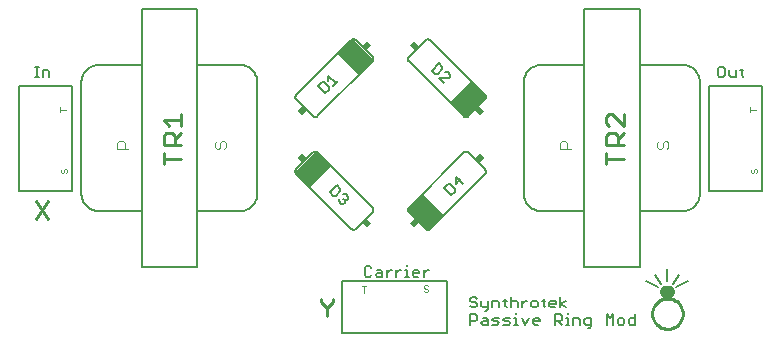
<source format=gto>
G75*
G70*
%OFA0B0*%
%FSLAX24Y24*%
%IPPOS*%
%LPD*%
%AMOC8*
5,1,8,0,0,1.08239X$1,22.5*
%
%ADD10C,0.0110*%
%ADD11C,0.0060*%
%ADD12C,0.0100*%
%ADD13C,0.0050*%
%ADD14C,0.0030*%
%ADD15R,0.0700X0.1000*%
%ADD16R,0.0250X0.0200*%
%ADD17C,0.0020*%
D10*
X001488Y004488D02*
X001882Y005079D01*
X001488Y005079D02*
X001882Y004488D01*
X005738Y006305D02*
X005738Y006698D01*
X005738Y006949D02*
X005738Y007245D01*
X005836Y007343D01*
X006033Y007343D01*
X006132Y007245D01*
X006132Y006949D01*
X006328Y006949D02*
X005738Y006949D01*
X006132Y007146D02*
X006328Y007343D01*
X006328Y007594D02*
X006328Y007987D01*
X006328Y007791D02*
X005738Y007791D01*
X005935Y007594D01*
X005738Y006502D02*
X006328Y006502D01*
X010988Y001829D02*
X010988Y001730D01*
X011185Y001534D01*
X011185Y001238D01*
X011185Y001534D02*
X011382Y001730D01*
X011382Y001829D01*
X020488Y006305D02*
X020488Y006698D01*
X020488Y006949D02*
X020488Y007245D01*
X020586Y007343D01*
X020783Y007343D01*
X020882Y007245D01*
X020882Y006949D01*
X021078Y006949D02*
X020488Y006949D01*
X020882Y007146D02*
X021078Y007343D01*
X021078Y007594D02*
X020685Y007987D01*
X020586Y007987D01*
X020488Y007889D01*
X020488Y007692D01*
X020586Y007594D01*
X021078Y007594D02*
X021078Y007987D01*
X021078Y006502D02*
X020488Y006502D01*
D11*
X016456Y006140D02*
X015890Y006706D01*
X015891Y006706D02*
X015877Y006717D01*
X015862Y006726D01*
X015846Y006732D01*
X015829Y006735D01*
X015811Y006735D01*
X015794Y006732D01*
X015778Y006726D01*
X015763Y006717D01*
X015749Y006706D01*
X013911Y004868D01*
X013910Y004868D02*
X013899Y004854D01*
X013890Y004839D01*
X013884Y004823D01*
X013881Y004806D01*
X013881Y004788D01*
X013884Y004771D01*
X013890Y004755D01*
X013899Y004740D01*
X013910Y004726D01*
X013911Y004726D02*
X014476Y004161D01*
X014476Y004160D02*
X014490Y004149D01*
X014505Y004140D01*
X014521Y004134D01*
X014538Y004131D01*
X014556Y004131D01*
X014573Y004134D01*
X014589Y004140D01*
X014604Y004149D01*
X014618Y004160D01*
X014618Y004161D02*
X016456Y005999D01*
X016467Y006013D01*
X016476Y006028D01*
X016482Y006044D01*
X016485Y006061D01*
X016485Y006079D01*
X016482Y006096D01*
X016476Y006112D01*
X016467Y006127D01*
X016456Y006141D01*
X015634Y005817D02*
X015473Y005656D01*
X015473Y005897D01*
X015714Y005656D01*
X015454Y005476D02*
X015293Y005637D01*
X015213Y005637D01*
X015093Y005516D01*
X015333Y005276D01*
X015454Y005396D01*
X015454Y005476D01*
X012706Y004868D02*
X010868Y006706D01*
X010854Y006717D01*
X010839Y006726D01*
X010823Y006732D01*
X010806Y006735D01*
X010788Y006735D01*
X010771Y006732D01*
X010755Y006726D01*
X010740Y006717D01*
X010726Y006706D01*
X010161Y006140D01*
X010160Y006141D02*
X010149Y006127D01*
X010140Y006112D01*
X010134Y006096D01*
X010131Y006079D01*
X010131Y006061D01*
X010134Y006044D01*
X010140Y006028D01*
X010149Y006013D01*
X010160Y005999D01*
X010161Y005999D02*
X011999Y004161D01*
X011999Y004160D02*
X012013Y004149D01*
X012028Y004140D01*
X012044Y004134D01*
X012061Y004131D01*
X012079Y004131D01*
X012096Y004134D01*
X012112Y004140D01*
X012127Y004149D01*
X012141Y004160D01*
X012140Y004161D02*
X012706Y004726D01*
X012717Y004740D01*
X012726Y004755D01*
X012732Y004771D01*
X012735Y004788D01*
X012735Y004806D01*
X012732Y004823D01*
X012726Y004839D01*
X012717Y004854D01*
X012706Y004868D01*
X011893Y005151D02*
X011853Y005111D01*
X011773Y005111D01*
X011773Y005031D01*
X011733Y004991D01*
X011653Y004991D01*
X011573Y005071D01*
X011573Y005151D01*
X011473Y005251D02*
X011633Y005411D01*
X011633Y005492D01*
X011513Y005612D01*
X011272Y005371D01*
X011392Y005251D01*
X011473Y005251D01*
X011733Y005311D02*
X011813Y005311D01*
X011893Y005231D01*
X011893Y005151D01*
X011773Y005111D02*
X011733Y005151D01*
X013849Y002960D02*
X013849Y002904D01*
X013849Y002790D02*
X013793Y002790D01*
X013849Y002790D02*
X013849Y002563D01*
X013793Y002563D02*
X013906Y002563D01*
X014038Y002620D02*
X014095Y002563D01*
X014208Y002563D01*
X014265Y002677D02*
X014038Y002677D01*
X014038Y002620D02*
X014038Y002734D01*
X014095Y002790D01*
X014208Y002790D01*
X014265Y002734D01*
X014265Y002677D01*
X014406Y002677D02*
X014520Y002790D01*
X014576Y002790D01*
X014406Y002790D02*
X014406Y002563D01*
X013656Y002790D02*
X013599Y002790D01*
X013486Y002677D01*
X013486Y002790D02*
X013486Y002563D01*
X013292Y002790D02*
X013179Y002677D01*
X013179Y002790D02*
X013179Y002563D01*
X013037Y002563D02*
X012867Y002563D01*
X012810Y002620D01*
X012867Y002677D01*
X013037Y002677D01*
X013037Y002734D02*
X013037Y002563D01*
X012669Y002620D02*
X012612Y002563D01*
X012499Y002563D01*
X012442Y002620D01*
X012442Y002847D01*
X012499Y002904D01*
X012612Y002904D01*
X012669Y002847D01*
X012867Y002790D02*
X012981Y002790D01*
X013037Y002734D01*
X013292Y002790D02*
X013349Y002790D01*
X015963Y001822D02*
X015963Y001765D01*
X016020Y001709D01*
X016134Y001709D01*
X016190Y001652D01*
X016190Y001595D01*
X016134Y001538D01*
X016020Y001538D01*
X015963Y001595D01*
X015963Y001822D02*
X016020Y001879D01*
X016134Y001879D01*
X016190Y001822D01*
X016332Y001765D02*
X016332Y001595D01*
X016388Y001538D01*
X016559Y001538D01*
X016559Y001482D02*
X016502Y001425D01*
X016445Y001425D01*
X016559Y001482D02*
X016559Y001765D01*
X016700Y001765D02*
X016870Y001765D01*
X016927Y001709D01*
X016927Y001538D01*
X017125Y001595D02*
X017182Y001538D01*
X017125Y001595D02*
X017125Y001822D01*
X017068Y001765D02*
X017182Y001765D01*
X017314Y001709D02*
X017371Y001765D01*
X017484Y001765D01*
X017541Y001709D01*
X017541Y001538D01*
X017682Y001538D02*
X017682Y001765D01*
X017682Y001652D02*
X017796Y001765D01*
X017852Y001765D01*
X017989Y001709D02*
X017989Y001595D01*
X018046Y001538D01*
X018159Y001538D01*
X018216Y001595D01*
X018216Y001709D01*
X018159Y001765D01*
X018046Y001765D01*
X017989Y001709D01*
X018357Y001765D02*
X018471Y001765D01*
X018414Y001822D02*
X018414Y001595D01*
X018471Y001538D01*
X018603Y001595D02*
X018603Y001709D01*
X018660Y001765D01*
X018773Y001765D01*
X018830Y001709D01*
X018830Y001652D01*
X018603Y001652D01*
X018603Y001595D02*
X018660Y001538D01*
X018773Y001538D01*
X018971Y001538D02*
X018971Y001879D01*
X019141Y001765D02*
X018971Y001652D01*
X019141Y001538D01*
X019212Y001360D02*
X019212Y001304D01*
X019212Y001190D02*
X019155Y001190D01*
X019212Y001190D02*
X019212Y000963D01*
X019155Y000963D02*
X019269Y000963D01*
X019401Y000963D02*
X019401Y001190D01*
X019571Y001190D01*
X019628Y001134D01*
X019628Y000963D01*
X019769Y001020D02*
X019769Y001134D01*
X019826Y001190D01*
X019996Y001190D01*
X019996Y000907D01*
X019939Y000850D01*
X019883Y000850D01*
X019826Y000963D02*
X019996Y000963D01*
X019826Y000963D02*
X019769Y001020D01*
X020506Y000963D02*
X020506Y001304D01*
X020619Y001190D01*
X020733Y001304D01*
X020733Y000963D01*
X020874Y001020D02*
X020874Y001134D01*
X020931Y001190D01*
X021044Y001190D01*
X021101Y001134D01*
X021101Y001020D01*
X021044Y000963D01*
X020931Y000963D01*
X020874Y001020D01*
X021242Y001020D02*
X021242Y001134D01*
X021299Y001190D01*
X021469Y001190D01*
X021469Y001304D02*
X021469Y000963D01*
X021299Y000963D01*
X021242Y001020D01*
X019014Y000963D02*
X018900Y001077D01*
X018957Y001077D02*
X018787Y001077D01*
X018787Y000963D02*
X018787Y001304D01*
X018957Y001304D01*
X019014Y001247D01*
X019014Y001134D01*
X018957Y001077D01*
X018277Y001077D02*
X018050Y001077D01*
X018050Y001134D02*
X018107Y001190D01*
X018221Y001190D01*
X018277Y001134D01*
X018277Y001077D01*
X018221Y000963D02*
X018107Y000963D01*
X018050Y001020D01*
X018050Y001134D01*
X017909Y001190D02*
X017796Y000963D01*
X017682Y001190D01*
X017493Y001190D02*
X017493Y000963D01*
X017437Y000963D02*
X017550Y000963D01*
X017295Y001020D02*
X017238Y001077D01*
X017125Y001077D01*
X017068Y001134D01*
X017125Y001190D01*
X017295Y001190D01*
X017437Y001190D02*
X017493Y001190D01*
X017493Y001304D02*
X017493Y001360D01*
X017314Y001538D02*
X017314Y001879D01*
X016700Y001765D02*
X016700Y001538D01*
X016757Y001190D02*
X016927Y001190D01*
X016870Y001077D02*
X016757Y001077D01*
X016700Y001134D01*
X016757Y001190D01*
X016870Y001077D02*
X016927Y001020D01*
X016870Y000963D01*
X016700Y000963D01*
X016559Y000963D02*
X016388Y000963D01*
X016332Y001020D01*
X016388Y001077D01*
X016559Y001077D01*
X016559Y001134D02*
X016559Y000963D01*
X016559Y001134D02*
X016502Y001190D01*
X016388Y001190D01*
X016190Y001134D02*
X016134Y001077D01*
X015963Y001077D01*
X015963Y000963D02*
X015963Y001304D01*
X016134Y001304D01*
X016190Y001247D01*
X016190Y001134D01*
X017068Y000963D02*
X017238Y000963D01*
X017295Y001020D01*
X015890Y007911D02*
X016456Y008476D01*
X016467Y008490D01*
X016476Y008505D01*
X016482Y008521D01*
X016485Y008538D01*
X016485Y008556D01*
X016482Y008573D01*
X016476Y008589D01*
X016467Y008604D01*
X016456Y008618D01*
X014618Y010456D01*
X014604Y010467D01*
X014589Y010476D01*
X014573Y010482D01*
X014556Y010485D01*
X014538Y010485D01*
X014521Y010482D01*
X014505Y010476D01*
X014490Y010467D01*
X014476Y010456D01*
X013911Y009890D01*
X013910Y009891D02*
X013899Y009877D01*
X013890Y009862D01*
X013884Y009846D01*
X013881Y009829D01*
X013881Y009811D01*
X013884Y009794D01*
X013890Y009778D01*
X013899Y009763D01*
X013910Y009749D01*
X013911Y009749D02*
X015749Y007911D01*
X015749Y007910D02*
X015763Y007899D01*
X015778Y007890D01*
X015794Y007884D01*
X015811Y007881D01*
X015829Y007881D01*
X015846Y007884D01*
X015862Y007890D01*
X015877Y007899D01*
X015891Y007910D01*
X015097Y009012D02*
X014936Y009173D01*
X015257Y009173D01*
X015297Y009213D01*
X015297Y009293D01*
X015217Y009373D01*
X015137Y009373D01*
X015037Y009473D02*
X015037Y009554D01*
X014916Y009674D01*
X014676Y009433D01*
X014796Y009313D01*
X014876Y009313D01*
X015037Y009473D01*
X012706Y009749D02*
X010868Y007911D01*
X010868Y007910D02*
X010854Y007899D01*
X010839Y007890D01*
X010823Y007884D01*
X010806Y007881D01*
X010788Y007881D01*
X010771Y007884D01*
X010755Y007890D01*
X010740Y007899D01*
X010726Y007910D01*
X010726Y007911D02*
X010161Y008476D01*
X010160Y008476D02*
X010149Y008490D01*
X010140Y008505D01*
X010134Y008521D01*
X010131Y008538D01*
X010131Y008556D01*
X010134Y008573D01*
X010140Y008589D01*
X010149Y008604D01*
X010160Y008618D01*
X010161Y008618D02*
X011999Y010456D01*
X012013Y010467D01*
X012028Y010476D01*
X012044Y010482D01*
X012061Y010485D01*
X012079Y010485D01*
X012096Y010482D01*
X012112Y010476D01*
X012127Y010467D01*
X012141Y010456D01*
X012140Y010456D02*
X012706Y009890D01*
X012706Y009891D02*
X012717Y009877D01*
X012726Y009862D01*
X012732Y009846D01*
X012735Y009829D01*
X012735Y009811D01*
X012732Y009794D01*
X012726Y009778D01*
X012717Y009763D01*
X012706Y009749D01*
X011554Y009097D02*
X011394Y008936D01*
X011474Y009016D02*
X011233Y009257D01*
X011233Y009097D01*
X011093Y009037D02*
X011013Y009037D01*
X010893Y008916D01*
X011133Y008676D01*
X011254Y008796D01*
X011254Y008876D01*
X011093Y009037D01*
X001936Y009213D02*
X001936Y009384D01*
X001879Y009440D01*
X001709Y009440D01*
X001709Y009213D01*
X001577Y009213D02*
X001463Y009213D01*
X001520Y009213D02*
X001520Y009554D01*
X001463Y009554D02*
X001577Y009554D01*
X024213Y009497D02*
X024213Y009270D01*
X024270Y009213D01*
X024384Y009213D01*
X024440Y009270D01*
X024440Y009497D01*
X024384Y009554D01*
X024270Y009554D01*
X024213Y009497D01*
X024582Y009440D02*
X024582Y009270D01*
X024638Y009213D01*
X024809Y009213D01*
X024809Y009440D01*
X024950Y009440D02*
X025063Y009440D01*
X025007Y009497D02*
X025007Y009270D01*
X025063Y009213D01*
D12*
X022633Y002233D02*
X022433Y002233D01*
X022433Y002133D01*
X022633Y002133D01*
X022533Y002033D01*
X022433Y002033D01*
X022533Y001933D01*
X022633Y002033D01*
X022633Y002133D01*
X022733Y002133D02*
X022633Y002233D01*
X022733Y002133D02*
X022733Y002033D01*
X022533Y001833D01*
X022333Y002033D01*
X022333Y002133D01*
X022433Y002233D01*
X022433Y002133D02*
X022433Y002033D01*
X022023Y001333D02*
X022025Y001378D01*
X022031Y001423D01*
X022041Y001467D01*
X022055Y001510D01*
X022072Y001551D01*
X022093Y001591D01*
X022118Y001629D01*
X022146Y001665D01*
X022176Y001698D01*
X022210Y001728D01*
X022246Y001755D01*
X022285Y001778D01*
X022325Y001799D01*
X022367Y001815D01*
X022410Y001828D01*
X022454Y001837D01*
X022499Y001842D01*
X022544Y001843D01*
X022589Y001840D01*
X022634Y001833D01*
X022678Y001822D01*
X022720Y001807D01*
X022762Y001789D01*
X022801Y001767D01*
X022838Y001742D01*
X022873Y001713D01*
X022905Y001681D01*
X022935Y001647D01*
X022961Y001610D01*
X022984Y001572D01*
X023003Y001531D01*
X023019Y001488D01*
X023031Y001445D01*
X023039Y001401D01*
X023043Y001356D01*
X023043Y001310D01*
X023039Y001265D01*
X023031Y001221D01*
X023019Y001178D01*
X023003Y001135D01*
X022984Y001094D01*
X022961Y001056D01*
X022935Y001019D01*
X022905Y000985D01*
X022873Y000953D01*
X022838Y000924D01*
X022801Y000899D01*
X022762Y000877D01*
X022720Y000859D01*
X022678Y000844D01*
X022634Y000833D01*
X022589Y000826D01*
X022544Y000823D01*
X022499Y000824D01*
X022454Y000829D01*
X022410Y000838D01*
X022367Y000851D01*
X022325Y000867D01*
X022285Y000888D01*
X022246Y000911D01*
X022210Y000938D01*
X022176Y000968D01*
X022146Y001001D01*
X022118Y001037D01*
X022093Y001075D01*
X022072Y001115D01*
X022055Y001156D01*
X022041Y001199D01*
X022031Y001243D01*
X022025Y001288D01*
X022023Y001333D01*
D13*
X006859Y002872D02*
X005008Y002872D01*
X005008Y004742D01*
X005008Y009624D01*
X003591Y009624D01*
X003591Y009625D02*
X003545Y009623D01*
X003499Y009618D01*
X003453Y009609D01*
X003408Y009596D01*
X003365Y009580D01*
X003323Y009561D01*
X003282Y009538D01*
X003244Y009512D01*
X003207Y009483D01*
X003173Y009452D01*
X003142Y009418D01*
X003113Y009381D01*
X003087Y009343D01*
X003064Y009302D01*
X003045Y009260D01*
X003029Y009217D01*
X003016Y009172D01*
X003007Y009126D01*
X003002Y009080D01*
X003000Y009034D01*
X003000Y005333D01*
X002683Y005433D02*
X000933Y005433D01*
X000933Y008933D01*
X002683Y008933D01*
X002683Y005433D01*
X003000Y005333D02*
X003002Y005287D01*
X003007Y005241D01*
X003016Y005195D01*
X003029Y005150D01*
X003045Y005107D01*
X003064Y005065D01*
X003087Y005024D01*
X003113Y004986D01*
X003142Y004949D01*
X003173Y004915D01*
X003207Y004884D01*
X003244Y004855D01*
X003282Y004829D01*
X003323Y004806D01*
X003365Y004787D01*
X003408Y004771D01*
X003453Y004758D01*
X003499Y004749D01*
X003545Y004744D01*
X003591Y004742D01*
X005008Y004742D01*
X006859Y004742D02*
X006859Y009624D01*
X006859Y011494D01*
X005008Y011494D01*
X005008Y009624D01*
X006859Y009624D02*
X008276Y009624D01*
X008276Y009625D02*
X008322Y009623D01*
X008368Y009618D01*
X008414Y009609D01*
X008459Y009596D01*
X008502Y009580D01*
X008544Y009561D01*
X008585Y009538D01*
X008623Y009512D01*
X008660Y009483D01*
X008694Y009452D01*
X008725Y009418D01*
X008754Y009381D01*
X008780Y009343D01*
X008803Y009302D01*
X008822Y009260D01*
X008838Y009217D01*
X008851Y009172D01*
X008860Y009126D01*
X008865Y009080D01*
X008867Y009034D01*
X008866Y009034D02*
X008866Y005333D01*
X008867Y005333D02*
X008865Y005287D01*
X008860Y005241D01*
X008851Y005195D01*
X008838Y005150D01*
X008822Y005107D01*
X008803Y005065D01*
X008780Y005024D01*
X008754Y004986D01*
X008725Y004949D01*
X008694Y004915D01*
X008660Y004884D01*
X008623Y004855D01*
X008585Y004829D01*
X008544Y004806D01*
X008502Y004787D01*
X008459Y004771D01*
X008414Y004758D01*
X008368Y004749D01*
X008322Y004744D01*
X008276Y004742D01*
X006859Y004742D01*
X006859Y002872D01*
X011683Y002433D02*
X011683Y000683D01*
X015183Y000683D01*
X015183Y002433D01*
X011683Y002433D01*
X017750Y005333D02*
X017750Y009034D01*
X017752Y009080D01*
X017757Y009126D01*
X017766Y009172D01*
X017779Y009217D01*
X017795Y009260D01*
X017814Y009302D01*
X017837Y009343D01*
X017863Y009381D01*
X017892Y009418D01*
X017923Y009452D01*
X017957Y009483D01*
X017994Y009512D01*
X018032Y009538D01*
X018073Y009561D01*
X018115Y009580D01*
X018158Y009596D01*
X018203Y009609D01*
X018249Y009618D01*
X018295Y009623D01*
X018341Y009625D01*
X018341Y009624D02*
X019758Y009624D01*
X019758Y004742D01*
X019758Y002872D01*
X021609Y002872D01*
X021609Y004742D01*
X021609Y009624D01*
X021609Y011494D01*
X019758Y011494D01*
X019758Y009624D01*
X021609Y009624D02*
X023026Y009624D01*
X023026Y009625D02*
X023072Y009623D01*
X023118Y009618D01*
X023164Y009609D01*
X023209Y009596D01*
X023252Y009580D01*
X023294Y009561D01*
X023335Y009538D01*
X023373Y009512D01*
X023410Y009483D01*
X023444Y009452D01*
X023475Y009418D01*
X023504Y009381D01*
X023530Y009343D01*
X023553Y009302D01*
X023572Y009260D01*
X023588Y009217D01*
X023601Y009172D01*
X023610Y009126D01*
X023615Y009080D01*
X023617Y009034D01*
X023616Y009034D02*
X023616Y005333D01*
X023933Y005433D02*
X023933Y008933D01*
X025683Y008933D01*
X025683Y005433D01*
X023933Y005433D01*
X023617Y005333D02*
X023615Y005287D01*
X023610Y005241D01*
X023601Y005195D01*
X023588Y005150D01*
X023572Y005107D01*
X023553Y005065D01*
X023530Y005024D01*
X023504Y004986D01*
X023475Y004949D01*
X023444Y004915D01*
X023410Y004884D01*
X023373Y004855D01*
X023335Y004829D01*
X023294Y004806D01*
X023252Y004787D01*
X023209Y004771D01*
X023164Y004758D01*
X023118Y004749D01*
X023072Y004744D01*
X023026Y004742D01*
X021609Y004742D01*
X019758Y004742D02*
X018341Y004742D01*
X018295Y004744D01*
X018249Y004749D01*
X018203Y004758D01*
X018158Y004771D01*
X018115Y004787D01*
X018073Y004806D01*
X018032Y004829D01*
X017994Y004855D01*
X017957Y004884D01*
X017923Y004915D01*
X017892Y004949D01*
X017863Y004986D01*
X017837Y005024D01*
X017814Y005065D01*
X017795Y005107D01*
X017779Y005150D01*
X017766Y005195D01*
X017757Y005241D01*
X017752Y005287D01*
X017750Y005333D01*
X022533Y002833D02*
X022533Y002533D01*
X022533Y002433D01*
X022533Y002533D01*
X022533Y002433D01*
X022533Y002533D01*
X022533Y002833D01*
X022133Y002633D02*
X022333Y002333D01*
X022233Y002233D02*
X021833Y002433D01*
X022733Y002333D02*
X022933Y002633D01*
X023233Y002433D02*
X022833Y002233D01*
D14*
X022507Y006830D02*
X022568Y006892D01*
X022568Y007015D01*
X022507Y007077D01*
X022445Y007077D01*
X022383Y007015D01*
X022383Y006892D01*
X022322Y006830D01*
X022260Y006830D01*
X022198Y006892D01*
X022198Y007015D01*
X022260Y007077D01*
X019318Y006830D02*
X018948Y006830D01*
X018948Y007015D01*
X019010Y007077D01*
X019133Y007077D01*
X019195Y007015D01*
X019195Y006830D01*
X007818Y006892D02*
X007757Y006830D01*
X007818Y006892D02*
X007818Y007015D01*
X007757Y007077D01*
X007695Y007077D01*
X007633Y007015D01*
X007633Y006892D01*
X007572Y006830D01*
X007510Y006830D01*
X007448Y006892D01*
X007448Y007015D01*
X007510Y007077D01*
X004568Y006830D02*
X004198Y006830D01*
X004198Y007015D01*
X004260Y007077D01*
X004383Y007077D01*
X004445Y007015D01*
X004445Y006830D01*
D15*
G36*
X010620Y005539D02*
X010125Y006034D01*
X010832Y006741D01*
X011327Y006246D01*
X010620Y005539D01*
G37*
G36*
X015077Y004620D02*
X014582Y004125D01*
X013875Y004832D01*
X014370Y005327D01*
X015077Y004620D01*
G37*
G36*
X015996Y009077D02*
X016491Y008582D01*
X015784Y007875D01*
X015289Y008370D01*
X015996Y009077D01*
G37*
G36*
X011539Y009996D02*
X012034Y010491D01*
X012741Y009784D01*
X012246Y009289D01*
X011539Y009996D01*
G37*
D16*
G36*
X012353Y010245D02*
X012529Y010421D01*
X012671Y010279D01*
X012495Y010103D01*
X012353Y010245D01*
G37*
G36*
X014088Y010421D02*
X014264Y010245D01*
X014122Y010103D01*
X013946Y010279D01*
X014088Y010421D01*
G37*
G36*
X016245Y008264D02*
X016421Y008088D01*
X016279Y007946D01*
X016103Y008122D01*
X016245Y008264D01*
G37*
G36*
X016421Y006529D02*
X016245Y006353D01*
X016103Y006495D01*
X016279Y006671D01*
X016421Y006529D01*
G37*
G36*
X014264Y004372D02*
X014088Y004196D01*
X013946Y004338D01*
X014122Y004514D01*
X014264Y004372D01*
G37*
G36*
X012529Y004196D02*
X012353Y004372D01*
X012495Y004514D01*
X012671Y004338D01*
X012529Y004196D01*
G37*
G36*
X010372Y006353D02*
X010196Y006529D01*
X010338Y006671D01*
X010514Y006495D01*
X010372Y006353D01*
G37*
G36*
X010196Y008088D02*
X010372Y008264D01*
X010514Y008122D01*
X010338Y007946D01*
X010196Y008088D01*
G37*
D17*
X002501Y008133D02*
X002281Y008133D01*
X002281Y008060D02*
X002281Y008207D01*
X002342Y006157D02*
X002306Y006120D01*
X002306Y006047D01*
X002342Y006010D01*
X002379Y006010D01*
X002416Y006047D01*
X002416Y006120D01*
X002453Y006157D01*
X002489Y006157D01*
X002526Y006120D01*
X002526Y006047D01*
X002489Y006010D01*
X012356Y002251D02*
X012503Y002251D01*
X012429Y002251D02*
X012429Y002031D01*
X014406Y002093D02*
X014443Y002056D01*
X014516Y002056D01*
X014553Y002093D01*
X014553Y002129D01*
X014516Y002166D01*
X014443Y002166D01*
X014406Y002203D01*
X014406Y002239D01*
X014443Y002276D01*
X014516Y002276D01*
X014553Y002239D01*
X025306Y006047D02*
X025342Y006010D01*
X025379Y006010D01*
X025416Y006047D01*
X025416Y006120D01*
X025453Y006157D01*
X025489Y006157D01*
X025526Y006120D01*
X025526Y006047D01*
X025489Y006010D01*
X025306Y006047D02*
X025306Y006120D01*
X025342Y006157D01*
X025281Y008060D02*
X025281Y008207D01*
X025281Y008133D02*
X025501Y008133D01*
M02*

</source>
